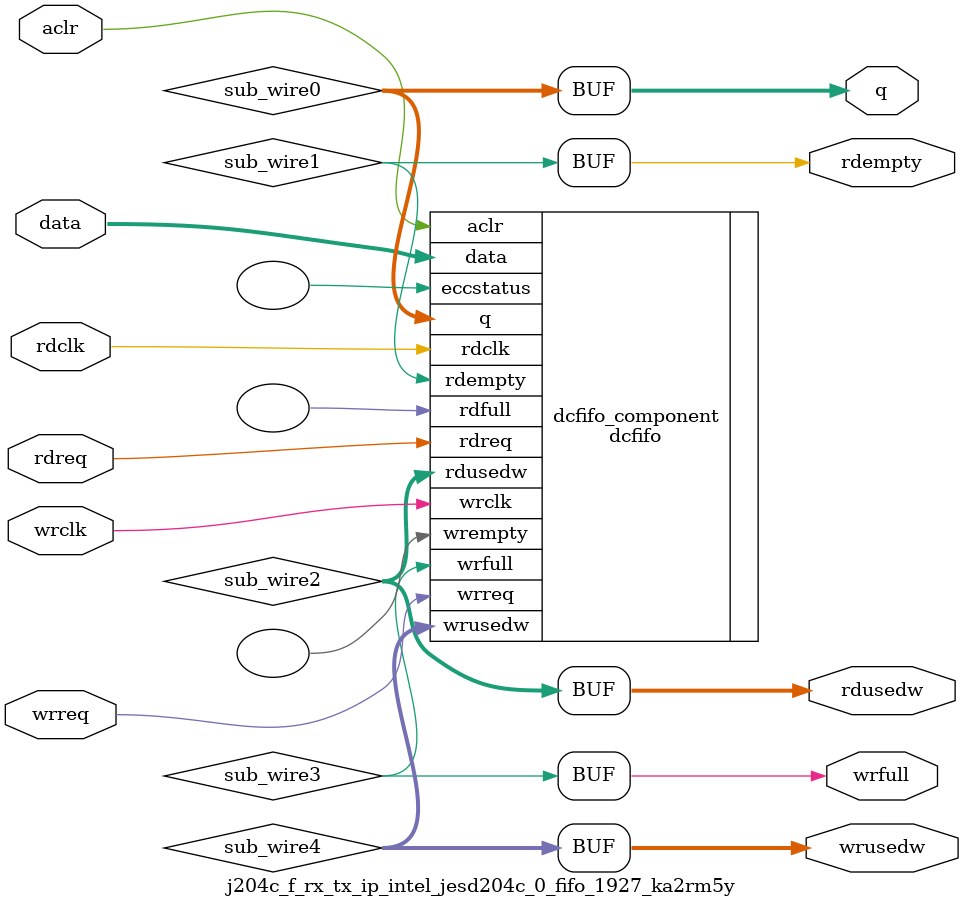
<source format=v>



`timescale 1 ps / 1 ps
// synopsys translate_on
module  j204c_f_rx_tx_ip_intel_jesd204c_0_fifo_1927_ka2rm5y  (
    aclr,
    data,
    rdclk,
    rdreq,
    wrclk,
    wrreq,
    q,
    rdempty,
    rdusedw,
    wrfull,
    wrusedw);

    input    aclr;
    input  [131:0]  data;
    input    rdclk;
    input    rdreq;
    input    wrclk;
    input    wrreq;
    output [131:0]  q;
    output   rdempty;
    output [2:0]  rdusedw;
    output   wrfull;
    output [2:0]  wrusedw;
`ifndef ALTERA_RESERVED_QIS
// synopsys translate_off
`endif
    tri0     aclr;
`ifndef ALTERA_RESERVED_QIS
// synopsys translate_on
`endif

    wire [131:0] sub_wire0;
    wire  sub_wire1;
    wire [2:0] sub_wire2;
    wire  sub_wire3;
    wire [2:0] sub_wire4;
    wire [131:0] q = sub_wire0[131:0];
    wire  rdempty = sub_wire1;
    wire [2:0] rdusedw = sub_wire2[2:0];
    wire  wrfull = sub_wire3;
    wire [2:0] wrusedw = sub_wire4[2:0];

    dcfifo  dcfifo_component (
                .aclr (aclr),
                .data (data),
                .rdclk (rdclk),
                .rdreq (rdreq),
                .wrclk (wrclk),
                .wrreq (wrreq),
                .q (sub_wire0),
                .rdempty (sub_wire1),
                .rdusedw (sub_wire2),
                .wrfull (sub_wire3),
                .wrusedw (sub_wire4),
                .eccstatus (),
                .rdfull (),
                .wrempty ());
    defparam
        dcfifo_component.enable_ecc  = "FALSE",
        dcfifo_component.intended_device_family  = "Agilex 7",
        dcfifo_component.lpm_hint  = "RAM_BLOCK_TYPE=MLAB,DISABLE_DCFIFO_EMBEDDED_TIMING_CONSTRAINT=TRUE",
        dcfifo_component.lpm_numwords  = 8,
        dcfifo_component.lpm_showahead  = "OFF",
        dcfifo_component.lpm_type  = "dcfifo",
        dcfifo_component.lpm_width  = 132,
        dcfifo_component.lpm_widthu  = 3,
        dcfifo_component.overflow_checking  = "ON",
        dcfifo_component.rdsync_delaypipe  = 4,
        dcfifo_component.read_aclr_synch  = "ON",
        dcfifo_component.underflow_checking  = "ON",
        dcfifo_component.use_eab  = "ON",
        dcfifo_component.write_aclr_synch  = "ON",
        dcfifo_component.wrsync_delaypipe  = 4;


endmodule



</source>
